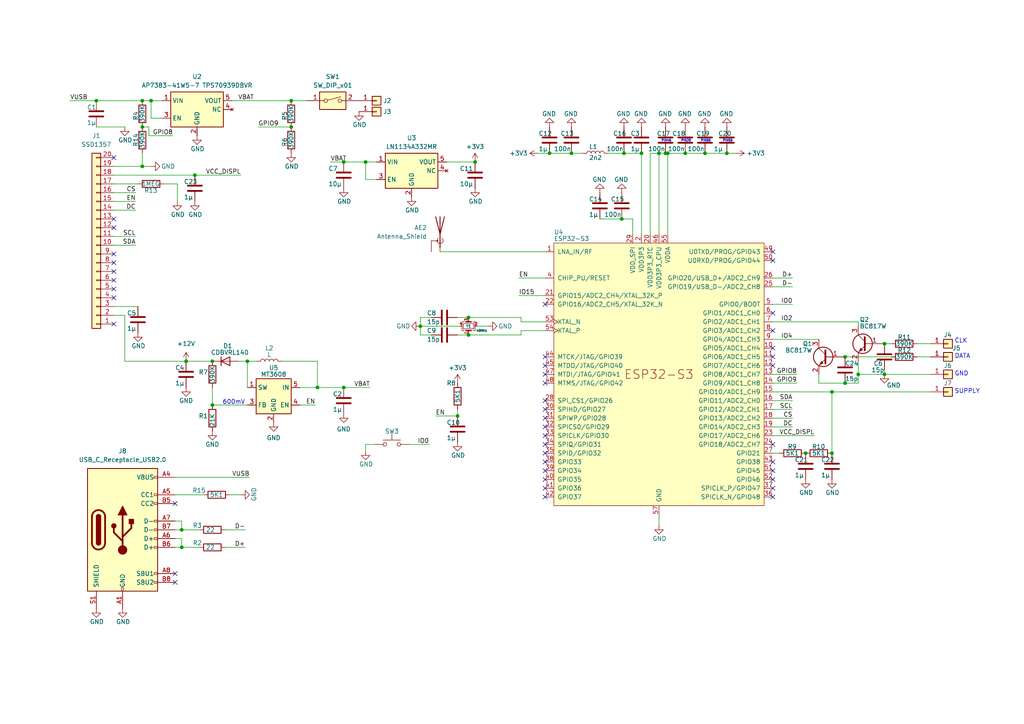
<source format=kicad_sch>
(kicad_sch (version 20230121) (generator eeschema)
  (paper "A4")
  (lib_symbols
    (symbol "Connector:USB_C_Receptacle_USB2.0" (pin_names (offset 1.016))
      (property "Reference" "J" (at -10.16 19.05 0))
      (property "Value" "USB_C_Receptacle_USB2.0" (at 19.05 19.05 0))
      (symbol "USB_C_Receptacle_USB2.0_1_1"
        (pin passive line (at 0 -22.86 90) (length 5.08) (name "GND") (number "A1"))
        (pin passive line (at 0 -22.86 90) (length 5.08) hide (name "GND") (number "A12"))
        (pin passive line (at 15.24 15.24 180) (length 5.08) (name "VBUS") (number "A4"))
        (pin bidirectional line (at 15.24 10.16 180) (length 5.08) (name "CC1") (number "A5"))
        (pin bidirectional line (at 15.24 -2.54 180) (length 5.08) (name "D+") (number "A6"))
        (pin bidirectional line (at 15.24 2.54 180) (length 5.08) (name "D-") (number "A7"))
        (pin bidirectional line (at 15.24 -12.7 180) (length 5.08) (name "SBU1") (number "A8"))
        (pin passive line (at 15.24 15.24 180) (length 5.08) hide (name "VBUS") (number "A9"))
        (pin passive line (at 0 -22.86 90) (length 5.08) hide (name "GND") (number "B1"))
        (pin passive line (at 0 -22.86 90) (length 5.08) hide (name "GND") (number "B12"))
        (pin passive line (at 15.24 15.24 180) (length 5.08) hide (name "VBUS") (number "B4"))
        (pin bidirectional line (at 15.24 7.62 180) (length 5.08) (name "CC2") (number "B5"))
        (pin bidirectional line (at 15.24 -5.08 180) (length 5.08) (name "D+") (number "B6"))
        (pin bidirectional line (at 15.24 0 180) (length 5.08) (name "D-") (number "B7"))
        (pin bidirectional line (at 15.24 -15.24 180) (length 5.08) (name "SBU2") (number "B8"))
        (pin passive line (at 15.24 15.24 180) (length 5.08) hide (name "VBUS") (number "B9"))
        (pin passive line (at -7.62 -22.86 90) (length 5.08) (name "SHIELD") (number "S1"))
      )
    )
    (symbol "Connector_Generic:Conn_01x01" (pin_names (offset 1.016) hide)
      (property "Reference" "J" (at 0 2.54 0))
      (property "Value" "Conn_01x01" (at 0 -2.54 0))
      (symbol "Conn_01x01_1_1"
        (pin passive line (at -5.08 0 0) (length 3.81) (name "Pin_1") (number "1"))
      )
    )
    (symbol "Connector_Generic:Conn_01x20" (pin_names (offset 1.016) hide)
      (property "Reference" "J" (at 0 25.4 0))
      (property "Value" "Conn_01x20" (at 0 -27.94 0))
      (symbol "Conn_01x20_1_1"
        (pin passive line (at -5.08 22.86 0) (length 3.81) (name "Pin_1") (number "1"))
        (pin passive line (at -5.08 0 0) (length 3.81) (name "Pin_10") (number "10"))
        (pin passive line (at -5.08 -2.54 0) (length 3.81) (name "Pin_11") (number "11"))
        (pin passive line (at -5.08 -5.08 0) (length 3.81) (name "Pin_12") (number "12"))
        (pin passive line (at -5.08 -7.62 0) (length 3.81) (name "Pin_13") (number "13"))
        (pin passive line (at -5.08 -10.16 0) (length 3.81) (name "Pin_14") (number "14"))
        (pin passive line (at -5.08 -12.7 0) (length 3.81) (name "Pin_15") (number "15"))
        (pin passive line (at -5.08 -15.24 0) (length 3.81) (name "Pin_16") (number "16"))
        (pin passive line (at -5.08 -17.78 0) (length 3.81) (name "Pin_17") (number "17"))
        (pin passive line (at -5.08 -20.32 0) (length 3.81) (name "Pin_18") (number "18"))
        (pin passive line (at -5.08 -22.86 0) (length 3.81) (name "Pin_19") (number "19"))
        (pin passive line (at -5.08 20.32 0) (length 3.81) (name "Pin_2") (number "2"))
        (pin passive line (at -5.08 -25.4 0) (length 3.81) (name "Pin_20") (number "20"))
        (pin passive line (at -5.08 17.78 0) (length 3.81) (name "Pin_3") (number "3"))
        (pin passive line (at -5.08 15.24 0) (length 3.81) (name "Pin_4") (number "4"))
        (pin passive line (at -5.08 12.7 0) (length 3.81) (name "Pin_5") (number "5"))
        (pin passive line (at -5.08 10.16 0) (length 3.81) (name "Pin_6") (number "6"))
        (pin passive line (at -5.08 7.62 0) (length 3.81) (name "Pin_7") (number "7"))
        (pin passive line (at -5.08 5.08 0) (length 3.81) (name "Pin_8") (number "8"))
        (pin passive line (at -5.08 2.54 0) (length 3.81) (name "Pin_9") (number "9"))
      )
    )
    (symbol "Device:Antenna_Shield" (pin_numbers hide) (pin_names (offset 1.016) hide)
      (property "Reference" "AE" (at -1.905 4.445 0))
      (property "Value" "Antenna_Shield" (at -1.905 2.54 0))
      (symbol "Antenna_Shield_1_1"
        (pin input line (at 0 -5.08 90) (length 2.54) (name "A") (number "1"))
        (pin input line (at 2.54 -5.08 90) (length 2.54) (name "Shield") (number "2"))
      )
    )
    (symbol "Device:C" (pin_numbers hide) (pin_names (offset 0.254))
      (property "Reference" "C" (at 0.635 2.54 0))
      (property "Value" "C" (at 0.635 -2.54 0))
      (symbol "C_1_1"
        (pin passive line (at 0 3.81 270) (length 2.794) (name "~") (number "1"))
        (pin passive line (at 0 -3.81 90) (length 2.794) (name "~") (number "2"))
      )
    )
    (symbol "Device:Crystal_GND24_Small" (pin_names (offset 1.016) hide)
      (property "Reference" "Y" (at 1.27 4.445 0))
      (property "Value" "Crystal_GND24_Small" (at 1.27 2.54 0))
      (symbol "Crystal_GND24_Small_1_1"
        (pin passive line (at -2.54 0 0) (length 1.27) (name "1") (number "1"))
        (pin passive line (at 0 -2.54 90) (length 0.635) (name "2") (number "2"))
        (pin passive line (at 2.54 0 180) (length 1.27) (name "3") (number "3"))
        (pin passive line (at 0 2.54 270) (length 0.635) (name "4") (number "4"))
      )
    )
    (symbol "Device:D" (pin_numbers hide) (pin_names (offset 1.016) hide)
      (property "Reference" "D" (at 0 2.54 0))
      (property "Value" "D" (at 0 -2.54 0))
      (symbol "D_1_1"
        (pin passive line (at -3.81 0 0) (length 2.54) (name "K") (number "1"))
        (pin passive line (at 3.81 0 180) (length 2.54) (name "A") (number "2"))
      )
    )
    (symbol "Device:L" (pin_numbers hide) (pin_names (offset 1.016) hide)
      (property "Reference" "L" (at -1.27 0 90))
      (property "Value" "L" (at 1.905 0 90))
      (symbol "L_1_1"
        (pin passive line (at 0 3.81 270) (length 1.27) (name "1") (number "1"))
        (pin passive line (at 0 -3.81 90) (length 1.27) (name "2") (number "2"))
      )
    )
    (symbol "Device:R" (pin_numbers hide) (pin_names (offset 0))
      (property "Reference" "R" (at 2.032 0 90))
      (property "Value" "R" (at 0 0 90))
      (symbol "R_1_1"
        (pin passive line (at 0 3.81 270) (length 1.27) (name "~") (number "1"))
        (pin passive line (at 0 -3.81 90) (length 1.27) (name "~") (number "2"))
      )
    )
    (symbol "PCM_Espressif:ESP32-S3" (pin_names (offset 1.016))
      (property "Reference" "U" (at -30.48 43.18 0))
      (property "Value" "ESP32-S3" (at -30.48 40.64 0))
      (symbol "ESP32-S3_0_0"
        (text "ESP32-S3" (at 0 0 0) (effects (font (size 2.54 2.54))))
        (pin bidirectional line (at 33.02 -35.56 180) (length 2.54) (name "SPICLK_N/GPIO48") (number "36"))
        (pin bidirectional line (at 33.02 -33.02 180) (length 2.54) (name "SPICLK_P/GPIO47") (number "37"))
      )
      (symbol "ESP32-S3_1_1"
        (pin bidirectional line (at -33.02 35.56 0) (length 2.54) (name "LNA_IN/RF") (number "1"))
        (pin bidirectional line (at 33.02 7.62 180) (length 2.54) (name "GPIO5/ADC1_CH4") (number "10"))
        (pin bidirectional line (at 33.02 5.08 180) (length 2.54) (name "GPIO6/ADC1_CH5") (number "11"))
        (pin bidirectional line (at 33.02 2.54 180) (length 2.54) (name "GPIO7/ADC1_CH6") (number "12"))
        (pin bidirectional line (at 33.02 0 180) (length 2.54) (name "GPIO8/ADC1_CH7") (number "13"))
        (pin bidirectional line (at 33.02 -2.54 180) (length 2.54) (name "GPIO9/ADC1_CH8") (number "14"))
        (pin bidirectional line (at 33.02 -5.08 180) (length 2.54) (name "GPIO10/ADC1_CH9") (number "15"))
        (pin bidirectional line (at 33.02 -7.62 180) (length 2.54) (name "GPIO11/ADC2_CH0") (number "16"))
        (pin bidirectional line (at 33.02 -10.16 180) (length 2.54) (name "GPIO12/ADC2_CH1") (number "17"))
        (pin bidirectional line (at 33.02 -12.7 180) (length 2.54) (name "GPIO13/ADC2_CH2") (number "18"))
        (pin bidirectional line (at 33.02 -15.24 180) (length 2.54) (name "GPIO14/ADC2_CH3") (number "19"))
        (pin power_in line (at -5.08 40.64 270) (length 2.54) (name "VDD3P3") (number "2"))
        (pin power_in line (at -2.54 40.64 270) (length 2.54) (name "VDD3P3_RTC") (number "20"))
        (pin bidirectional line (at -33.02 22.86 0) (length 2.54) (name "GPIO15/ADC2_CH4/XTAL_32K_P") (number "21"))
        (pin bidirectional line (at -33.02 20.32 0) (length 2.54) (name "GPIO16/ADC2_CH5/XTAL_32K_N") (number "22"))
        (pin bidirectional line (at 33.02 -17.78 180) (length 2.54) (name "GPIO17/ADC2_CH6") (number "23"))
        (pin bidirectional line (at 33.02 -20.32 180) (length 2.54) (name "GPIO18/ADC2_CH7") (number "24"))
        (pin bidirectional line (at 33.02 25.4 180) (length 2.54) (name "GPIO19/USB_D-/ADC2_CH8") (number "25"))
        (pin bidirectional line (at 33.02 27.94 180) (length 2.54) (name "GPIO20/USB_D+/ADC2_CH9") (number "26"))
        (pin bidirectional line (at 33.02 -22.86 180) (length 2.54) (name "GPIO21") (number "27"))
        (pin bidirectional line (at -33.02 -7.62 0) (length 2.54) (name "SPI_CS1/GPIO26") (number "28"))
        (pin power_out line (at -7.62 40.64 270) (length 2.54) (name "VDD_SPI") (number "29"))
        (pin power_in line (at -5.08 40.64 270) (length 2.54) hide (name "VDD3P3") (number "3"))
        (pin bidirectional line (at -33.02 -10.16 0) (length 2.54) (name "SPIHD/GPIO27") (number "30"))
        (pin bidirectional line (at -33.02 -12.7 0) (length 2.54) (name "SPIWP/GPIO28") (number "31"))
        (pin bidirectional line (at -33.02 -15.24 0) (length 2.54) (name "SPICS0/GPIO29") (number "32"))
        (pin bidirectional line (at -33.02 -17.78 0) (length 2.54) (name "SPICLK/GPIO30") (number "33"))
        (pin bidirectional line (at -33.02 -20.32 0) (length 2.54) (name "SPIQ/GPIO31") (number "34"))
        (pin bidirectional line (at -33.02 -22.86 0) (length 2.54) (name "SPID/GPIO32") (number "35"))
        (pin bidirectional line (at -33.02 -25.4 0) (length 2.54) (name "GPIO33") (number "38"))
        (pin bidirectional line (at -33.02 -27.94 0) (length 2.54) (name "GPIO34") (number "39"))
        (pin input line (at -33.02 27.94 0) (length 2.54) (name "CHIP_PU/RESET") (number "4"))
        (pin bidirectional line (at -33.02 -30.48 0) (length 2.54) (name "GPIO35") (number "40"))
        (pin bidirectional line (at -33.02 -33.02 0) (length 2.54) (name "GPIO36") (number "41"))
        (pin bidirectional line (at -33.02 -35.56 0) (length 2.54) (name "GPIO37") (number "42"))
        (pin bidirectional line (at 33.02 -25.4 180) (length 2.54) (name "GPIO38") (number "43"))
        (pin bidirectional line (at -33.02 5.08 0) (length 2.54) (name "MTCK/JTAG/GPIO39") (number "44"))
        (pin bidirectional line (at -33.02 2.54 0) (length 2.54) (name "MTDO/JTAG/GPIO40") (number "45"))
        (pin power_in line (at 0 40.64 270) (length 2.54) (name "VDD3P3_CPU") (number "46"))
        (pin bidirectional line (at -33.02 0 0) (length 2.54) (name "MTDI/JTAG/GPIO41") (number "47"))
        (pin bidirectional line (at -33.02 -2.54 0) (length 2.54) (name "MTMS/JTAG/GPIO42") (number "48"))
        (pin bidirectional line (at 33.02 35.56 180) (length 2.54) (name "U0TXD/PROG/GPIO43") (number "49"))
        (pin bidirectional line (at 33.02 20.32 180) (length 2.54) (name "GPIO0/BOOT") (number "5"))
        (pin bidirectional line (at 33.02 33.02 180) (length 2.54) (name "U0RXD/PROG/GPIO44") (number "50"))
        (pin bidirectional line (at 33.02 -27.94 180) (length 2.54) (name "GPIO45") (number "51"))
        (pin bidirectional line (at 33.02 -30.48 180) (length 2.54) (name "GPIO46") (number "52"))
        (pin input clock (at -33.02 15.24 0) (length 2.54) (name "XTAL_N") (number "53"))
        (pin output clock (at -33.02 12.7 0) (length 2.54) (name "XTAL_P") (number "54"))
        (pin power_in line (at 2.54 40.64 270) (length 2.54) (name "VDDA") (number "55"))
        (pin passive line (at 2.54 40.64 270) (length 2.54) hide (name "VDDA") (number "56"))
        (pin power_in line (at 0 -40.64 90) (length 2.54) (name "GND") (number "57"))
        (pin bidirectional line (at 33.02 17.78 180) (length 2.54) (name "GPIO1/ADC1_CH0") (number "6"))
        (pin bidirectional line (at 33.02 15.24 180) (length 2.54) (name "GPIO2/ADC1_CH1") (number "7"))
        (pin bidirectional line (at 33.02 12.7 180) (length 2.54) (name "GPIO3/ADC1_CH2") (number "8"))
        (pin bidirectional line (at 33.02 10.16 180) (length 2.54) (name "GPIO4/ADC1_CH3") (number "9"))
      )
    )
    (symbol "Regulator_Switching:MT3608"
      (property "Reference" "U" (at -2.54 8.89 0))
      (property "Value" "MT3608" (at -3.81 6.35 0))
      (symbol "MT3608_1_1"
        (pin passive line (at 7.62 2.54 180) (length 2.54) (name "SW") (number "1"))
        (pin power_in line (at 0 -7.62 90) (length 2.54) (name "GND") (number "2"))
        (pin input line (at 7.62 -2.54 180) (length 2.54) (name "FB") (number "3"))
        (pin input line (at -7.62 -2.54 0) (length 2.54) (name "EN") (number "4"))
        (pin power_in line (at -7.62 2.54 0) (length 2.54) (name "IN") (number "5"))
        (pin no_connect line (at 5.08 0 180) (length 2.54) hide (name "NC") (number "6"))
      )
    )
    (symbol "Switch:SW_DIP_x01" (pin_names (offset 0) hide)
      (property "Reference" "SW" (at 0 3.81 0))
      (property "Value" "SW_DIP_x01" (at 0 -3.81 0))
      (symbol "SW_DIP_x01_1_1"
        (pin passive line (at -7.62 0 0) (length 5.08) (name "~") (number "1"))
        (pin passive line (at 7.62 0 180) (length 5.08) (name "~") (number "2"))
      )
    )
    (symbol "Switch:SW_Push" (pin_numbers hide) (pin_names (offset 1.016) hide)
      (property "Reference" "SW" (at 1.27 2.54 0))
      (property "Value" "SW_Push" (at 0 -1.524 0))
      (symbol "SW_Push_0_1"
        (pin passive line (at -5.08 0 0) (length 2.54) (name "1") (number "1"))
        (pin passive line (at 5.08 0 180) (length 2.54) (name "2") (number "2"))
      )
    )
    (symbol "TheBrutzlers_Lib:LN1134A332MR"
      (property "Reference" "U" (at 0 8.89 0))
      (property "Value" "LN1134A332MR" (at 0 6.35 0))
      (symbol "LN1134A332MR_1_1"
        (pin power_in line (at -10.16 2.54 0) (length 2.54) (name "VIN") (number "1"))
        (pin power_in line (at 0 -7.62 90) (length 2.54) (name "GND") (number "2"))
        (pin input line (at -10.16 -2.54 0) (length 2.54) (name "EN") (number "3"))
        (pin no_connect line (at 10.16 0 180) (length 2.54) (name "NC") (number "4"))
        (pin power_out line (at 10.16 2.54 180) (length 2.54) (name "VOUT") (number "5"))
      )
    )
    (symbol "Transistor_BJT:BC817W" (pin_names (offset 0) hide)
      (property "Reference" "Q" (at 5.08 1.905 0))
      (property "Value" "BC817W" (at 5.08 0 0))
      (symbol "BC817W_1_1"
        (pin input line (at -5.08 0 0) (length 5.715) (name "B") (number "1"))
        (pin passive line (at 2.54 -5.08 90) (length 2.54) (name "E") (number "2"))
        (pin passive line (at 2.54 5.08 270) (length 2.54) (name "C") (number "3"))
      )
    )
    (symbol "power:+12V" (power) (pin_names (offset 0))
      (property "Value" "+12V" (at 0 3.556 0))
      (symbol "+12V_1_1"
        (pin power_in line (at 0 0 90) (length 0) hide (name "+12V") (number "1"))
      )
    )
    (symbol "power:+3V3" (power) (pin_names (offset 0))
      (property "Value" "+3V3" (at 0 3.556 0))
      (symbol "+3V3_1_1"
        (pin power_in line (at 0 0 90) (length 0) hide (name "+3V3") (number "1"))
      )
    )
    (symbol "power:GND" (power) (pin_names (offset 0))
      (property "Value" "GND" (at 0 -3.81 0))
      (symbol "GND_1_1"
        (pin power_in line (at 0 0 270) (length 0) hide (name "GND") (number "1"))
      )
    )
  )
  (junction (at 135.89 97.155))
  (junction (at 241.3 113.665))
  (junction (at 106.045 46.99))
  (junction (at 256.54 99.695))
  (junction (at 135.89 92.075))
  (junction (at 210.82 44.45))
  (junction (at 41.275 36.83))
  (junction (at 165.735 44.45))
  (junction (at 41.275 29.21))
  (junction (at 84.455 29.21))
  (junction (at 132.715 120.65))
  (junction (at 27.94 29.21))
  (junction (at 52.705 153.67))
  (junction (at 233.68 131.445))
  (junction (at 92.075 112.395))
  (junction (at 193.675 44.45))
  (junction (at 248.92 108.585))
  (junction (at 41.275 48.26))
  (junction (at 198.755 44.45))
  (junction (at 99.695 46.99))
  (junction (at 204.47 44.45))
  (junction (at 56.515 50.8))
  (junction (at 61.595 104.775))
  (junction (at 191.135 44.45))
  (junction (at 159.385 44.45))
  (junction (at 180.975 44.45))
  (junction (at 137.795 46.99))
  (junction (at 52.705 158.75))
  (junction (at 245.11 111.125))
  (junction (at 186.055 44.45))
  (junction (at 121.92 94.615))
  (junction (at 256.54 108.585))
  (junction (at 193.04 44.45))
  (junction (at 84.455 36.83))
  (junction (at 99.695 112.395))
  (junction (at 71.755 104.775))
  (junction (at 61.595 117.475))
  (junction (at 241.3 131.445))
  (junction (at 180.34 63.5))
  (junction (at 53.975 104.775))
  (junction (at 43.815 29.21))
  (junction (at 245.11 103.505))
  (no_connect (at 33.02 76.2))
  (no_connect (at 224.155 144.145))
  (no_connect (at 158.115 131.445))
  (no_connect (at 33.02 45.72))
  (no_connect (at 158.115 139.065))
  (no_connect (at 224.155 133.985))
  (no_connect (at 158.115 136.525))
  (no_connect (at 224.155 75.565))
  (no_connect (at 50.8 168.91))
  (no_connect (at 224.155 73.025))
  (no_connect (at 158.115 128.905))
  (no_connect (at 224.155 95.885))
  (no_connect (at 33.02 63.5))
  (no_connect (at 224.155 139.065))
  (no_connect (at 158.115 118.745))
  (no_connect (at 158.115 106.045))
  (no_connect (at 224.155 90.805))
  (no_connect (at 158.115 144.145))
  (no_connect (at 224.155 103.505))
  (no_connect (at 33.02 73.66))
  (no_connect (at 224.155 141.605))
  (no_connect (at 224.155 106.045))
  (no_connect (at 224.155 136.525))
  (no_connect (at 158.115 141.605))
  (no_connect (at 158.115 123.825))
  (no_connect (at 158.115 88.265))
  (no_connect (at 33.02 78.74))
  (no_connect (at 33.02 83.82))
  (no_connect (at 158.115 111.125))
  (no_connect (at 50.8 146.05))
  (no_connect (at 158.115 126.365))
  (no_connect (at 33.02 93.98))
  (no_connect (at 158.115 121.285))
  (no_connect (at 33.02 81.28))
  (no_connect (at 158.115 103.505))
  (no_connect (at 224.155 128.905))
  (no_connect (at 33.02 66.04))
  (no_connect (at 33.02 86.36))
  (no_connect (at 158.115 108.585))
  (no_connect (at 50.8 166.37))
  (no_connect (at 158.115 133.985))
  (no_connect (at 224.155 100.965))
  (no_connect (at 158.115 116.205))
  (wire (pts (xy 258.445 99.695) (xy 256.54 99.695)))
  (wire (pts (xy 224.155 108.585) (xy 231.14 108.585)))
  (wire (pts (xy 20.32 29.21) (xy 27.94 29.21)))
  (wire (pts (xy 50.8 153.67) (xy 52.705 153.67)))
  (wire (pts (xy 121.92 94.615) (xy 133.35 94.615)))
  (wire (pts (xy 224.155 88.265) (xy 229.87 88.265)))
  (wire (pts (xy 173.99 63.5) (xy 180.34 63.5)))
  (wire (pts (xy 191.135 152.4) (xy 191.135 149.225)))
  (wire (pts (xy 71.755 104.775) (xy 69.215 104.775)))
  (wire (pts (xy 248.92 104.775) (xy 248.92 108.585)))
  (wire (pts (xy 229.87 118.745) (xy 224.155 118.745)))
  (wire (pts (xy 33.02 58.42) (xy 39.37 58.42)))
  (wire (pts (xy 41.275 44.45) (xy 41.275 48.26)))
  (wire (pts (xy 180.34 63.5) (xy 183.515 63.5)))
  (wire (pts (xy 33.02 88.9) (xy 40.005 88.9)))
  (wire (pts (xy 248.92 94.615) (xy 248.92 93.345)))
  (wire (pts (xy 109.22 52.07) (xy 106.045 52.07)))
  (wire (pts (xy 121.92 92.075) (xy 121.92 94.615)))
  (wire (pts (xy 224.155 111.125) (xy 231.14 111.125)))
  (wire (pts (xy 50.8 151.13) (xy 52.705 151.13)))
  (wire (pts (xy 61.595 112.395) (xy 61.595 117.475)))
  (wire (pts (xy 165.735 44.45) (xy 168.91 44.45)))
  (wire (pts (xy 71.755 117.475) (xy 61.595 117.475)))
  (wire (pts (xy 158.115 80.645) (xy 150.495 80.645)))
  (wire (pts (xy 47.625 53.34) (xy 51.435 53.34)))
  (wire (pts (xy 135.89 92.075) (xy 151.13 92.075)))
  (wire (pts (xy 180.975 44.45) (xy 186.055 44.45)))
  (wire (pts (xy 269.875 113.665) (xy 241.3 113.665)))
  (wire (pts (xy 188.595 44.45) (xy 188.595 67.945)))
  (wire (pts (xy 50.165 39.37) (xy 43.18 39.37)))
  (wire (pts (xy 226.06 131.445) (xy 224.155 131.445)))
  (wire (pts (xy 50.8 138.43) (xy 72.39 138.43)))
  (wire (pts (xy 92.075 112.395) (xy 99.695 112.395)))
  (wire (pts (xy 193.675 44.45) (xy 198.755 44.45)))
  (wire (pts (xy 127.635 73.025) (xy 158.115 73.025)))
  (wire (pts (xy 92.075 104.775) (xy 92.075 112.395)))
  (wire (pts (xy 191.135 44.45) (xy 193.04 44.45)))
  (wire (pts (xy 204.47 44.45) (xy 210.82 44.45)))
  (wire (pts (xy 52.705 158.75) (xy 57.785 158.75)))
  (wire (pts (xy 151.13 97.155) (xy 135.89 97.155)))
  (wire (pts (xy 33.02 91.44) (xy 36.195 91.44)))
  (wire (pts (xy 198.755 44.45) (xy 204.47 44.45)))
  (wire (pts (xy 118.745 128.905) (xy 124.46 128.905)))
  (wire (pts (xy 43.18 36.83) (xy 41.275 36.83)))
  (wire (pts (xy 151.13 95.885) (xy 151.13 97.155)))
  (wire (pts (xy 191.135 44.45) (xy 191.135 67.945)))
  (wire (pts (xy 245.11 103.505) (xy 258.445 103.505)))
  (wire (pts (xy 43.18 39.37) (xy 43.18 36.83)))
  (wire (pts (xy 65.405 158.75) (xy 71.12 158.75)))
  (wire (pts (xy 183.515 63.5) (xy 183.515 67.945)))
  (wire (pts (xy 71.755 112.395) (xy 71.755 104.775)))
  (wire (pts (xy 159.385 44.45) (xy 165.735 44.45)))
  (wire (pts (xy 121.92 97.155) (xy 125.095 97.155)))
  (wire (pts (xy 52.705 153.67) (xy 57.785 153.67)))
  (wire (pts (xy 248.92 108.585) (xy 256.54 108.585)))
  (wire (pts (xy 50.8 156.21) (xy 52.705 156.21)))
  (wire (pts (xy 84.455 29.21) (xy 88.9 29.21)))
  (wire (pts (xy 138.43 94.615) (xy 141.605 94.615)))
  (wire (pts (xy 33.02 55.88) (xy 39.37 55.88)))
  (wire (pts (xy 237.49 111.125) (xy 245.11 111.125)))
  (wire (pts (xy 56.515 50.8) (xy 69.85 50.8)))
  (wire (pts (xy 151.13 92.075) (xy 151.13 93.345)))
  (wire (pts (xy 51.435 53.34) (xy 51.435 58.42)))
  (wire (pts (xy 95.885 46.99) (xy 99.695 46.99)))
  (wire (pts (xy 33.02 71.12) (xy 39.37 71.12)))
  (wire (pts (xy 46.99 34.29) (xy 43.815 34.29)))
  (wire (pts (xy 125.095 92.075) (xy 121.92 92.075)))
  (wire (pts (xy 99.695 112.395) (xy 107.315 112.395)))
  (wire (pts (xy 43.815 29.21) (xy 46.99 29.21)))
  (wire (pts (xy 132.715 118.745) (xy 132.715 120.65)))
  (wire (pts (xy 33.02 60.96) (xy 39.37 60.96)))
  (wire (pts (xy 106.045 46.99) (xy 109.22 46.99)))
  (wire (pts (xy 256.54 107.315) (xy 256.54 108.585)))
  (wire (pts (xy 241.3 113.665) (xy 241.3 131.445)))
  (wire (pts (xy 224.155 98.425) (xy 237.49 98.425)))
  (wire (pts (xy 132.715 92.075) (xy 135.89 92.075)))
  (wire (pts (xy 186.055 44.45) (xy 186.055 67.945)))
  (wire (pts (xy 156.21 44.45) (xy 159.385 44.45)))
  (wire (pts (xy 256.54 108.585) (xy 269.875 108.585)))
  (wire (pts (xy 27.94 36.83) (xy 36.195 36.83)))
  (wire (pts (xy 27.94 29.21) (xy 41.275 29.21)))
  (wire (pts (xy 86.995 117.475) (xy 91.44 117.475)))
  (wire (pts (xy 121.92 94.615) (xy 121.92 97.155)))
  (wire (pts (xy 41.275 29.21) (xy 43.815 29.21)))
  (wire (pts (xy 81.915 104.775) (xy 92.075 104.775)))
  (wire (pts (xy 150.495 85.725) (xy 158.115 85.725)))
  (wire (pts (xy 41.275 48.26) (xy 43.815 48.26)))
  (wire (pts (xy 248.92 111.125) (xy 248.92 108.585)))
  (wire (pts (xy 158.115 95.885) (xy 151.13 95.885)))
  (wire (pts (xy 74.295 104.775) (xy 71.755 104.775)))
  (wire (pts (xy 237.49 108.585) (xy 237.49 111.125)))
  (wire (pts (xy 99.695 46.99) (xy 106.045 46.99)))
  (wire (pts (xy 61.595 104.775) (xy 53.975 104.775)))
  (wire (pts (xy 229.87 116.205) (xy 224.155 116.205)))
  (wire (pts (xy 66.675 143.51) (xy 69.85 143.51)))
  (wire (pts (xy 36.195 104.775) (xy 53.975 104.775)))
  (wire (pts (xy 36.195 91.44) (xy 36.195 104.775)))
  (wire (pts (xy 65.405 153.67) (xy 71.12 153.67)))
  (wire (pts (xy 106.045 52.07) (xy 106.045 46.99)))
  (wire (pts (xy 50.8 143.51) (xy 59.055 143.51)))
  (wire (pts (xy 266.065 103.505) (xy 269.875 103.505)))
  (wire (pts (xy 224.155 93.345) (xy 248.92 93.345)))
  (wire (pts (xy 92.075 112.395) (xy 86.995 112.395)))
  (wire (pts (xy 129.54 46.99) (xy 137.795 46.99)))
  (wire (pts (xy 33.02 68.58) (xy 39.37 68.58)))
  (wire (pts (xy 74.93 36.83) (xy 84.455 36.83)))
  (wire (pts (xy 245.11 111.125) (xy 248.92 111.125)))
  (wire (pts (xy 43.815 34.29) (xy 43.815 29.21)))
  (wire (pts (xy 50.8 158.75) (xy 52.705 158.75)))
  (wire (pts (xy 193.04 44.45) (xy 193.675 44.45)))
  (wire (pts (xy 224.155 83.185) (xy 229.87 83.185)))
  (wire (pts (xy 224.155 80.645) (xy 229.87 80.645)))
  (wire (pts (xy 176.53 44.45) (xy 180.975 44.45)))
  (wire (pts (xy 67.31 29.21) (xy 84.455 29.21)))
  (wire (pts (xy 266.065 99.695) (xy 269.875 99.695)))
  (wire (pts (xy 106.045 128.905) (xy 106.045 130.81)))
  (wire (pts (xy 108.585 128.905) (xy 106.045 128.905)))
  (wire (pts (xy 224.155 121.285) (xy 229.87 121.285)))
  (wire (pts (xy 132.715 120.65) (xy 126.365 120.65)))
  (wire (pts (xy 193.675 44.45) (xy 193.675 67.945)))
  (wire (pts (xy 33.02 53.34) (xy 40.005 53.34)))
  (wire (pts (xy 213.36 44.45) (xy 210.82 44.45)))
  (wire (pts (xy 224.155 123.825) (xy 229.87 123.825)))
  (wire (pts (xy 132.715 97.155) (xy 135.89 97.155)))
  (wire (pts (xy 224.155 113.665) (xy 241.3 113.665)))
  (wire (pts (xy 188.595 44.45) (xy 191.135 44.45)))
  (wire (pts (xy 224.155 126.365) (xy 236.22 126.365)))
  (wire (pts (xy 33.02 50.8) (xy 56.515 50.8)))
  (wire (pts (xy 52.705 151.13) (xy 52.705 153.67)))
  (wire (pts (xy 52.705 156.21) (xy 52.705 158.75)))
  (wire (pts (xy 151.13 93.345) (xy 158.115 93.345)))
  (wire (pts (xy 33.02 48.26) (xy 41.275 48.26)))
  (text "PIN20" (at 197.485 41.275 0) (effects (font (size 0.635 0.635)) (justify left bottom)))
  (text "DATA" (at 276.86 104.14 0) (effects (font (size 1.27 1.27)) (justify left bottom)))
  (text "SUPPLY" (at 276.86 114.3 0) (effects (font (size 1.27 1.27)) (justify left bottom)))
  (text "PIN55" (at 203.2 41.275 0) (effects (font (size 0.635 0.635)) (justify left bottom)))
  (text "PIN55" (at 209.55 41.275 0) (effects (font (size 0.635 0.635)) (justify left bottom)))
  (text "CLK" (at 276.86 99.695 0) (effects (font (size 1.27 1.27)) (justify left bottom)))
  (text "600mV" (at 71.12 117.475 0) (effects (font (size 1.27 1.27)) (justify right bottom)))
  (text "PIN46" (at 191.77 41.275 0) (effects (font (size 0.635 0.635)) (justify left bottom)))
  (text "GND" (at 276.86 109.22 0) (effects (font (size 1.27 1.27)) (justify left bottom)))
  (label "EN" (at 126.365 120.65 0))
  (label "DC" (at 229.87 123.825 180))
  (label "SDA" (at 39.37 71.12 180))
  (label "VBAT" (at 95.885 46.99 0))
  (label "IO4" (at 229.87 98.425 180))
  (label "VBAT" (at 73.66 29.21 180))
  (label "DC" (at 39.37 60.96 180))
  (label "SCL" (at 229.87 118.745 180))
  (label "CS" (at 39.37 55.88 180))
  (label "VUSB" (at 72.39 138.43 180))
  (label "GPIO9" (at 231.14 111.125 180))
  (label "GPIO9" (at 74.93 36.83 0))
  (label "GPIO8" (at 50.165 39.37 180))
  (label "D-" (at 71.12 153.67 180))
  (label "VCC_DISPL" (at 69.85 50.8 180))
  (label "CS" (at 229.87 121.285 180))
  (label "VBAT" (at 107.315 112.395 180))
  (label "IO0" (at 124.46 128.905 180))
  (label "IO15" (at 150.495 85.725 0))
  (label "EN" (at 150.495 80.645 0))
  (label "VUSB" (at 20.32 29.21 0))
  (label "D-" (at 229.87 83.185 180))
  (label "D+" (at 71.12 158.75 180))
  (label "VCC_DISPL" (at 236.22 126.365 180))
  (label "EN" (at 91.44 117.475 180))
  (label "D+" (at 229.87 80.645 180))
  (label "SCL" (at 39.37 68.58 180))
  (label "SDA" (at 229.87 116.205 180))
  (label "IO0" (at 229.87 88.265 180))
  (label "EN" (at 39.37 58.42 180))
  (label "IO2" (at 229.87 93.345 180))
  (label "GPIO8" (at 231.14 108.585 180))
  (symbol (lib_id "Device:C") (at 180.975 40.64 0) (unit 1)
    (property "Reference" "C16" (at 177.8 38.735 0) (effects (justify left)))
    (property "Value" "100n" (at 175.895 43.18 0) (effects (justify left)))
    (property "Footprint" "Resistor_SMD:R_0402_1005Metric" (effects hide))
    (property "LCSC" "C1581" (effects hide))
  )
  (symbol (lib_id "power:GND") (at 210.82 36.83 180) (unit 1)
    (property "Reference" "#PWR031" (effects hide))
    (property "Value" "GND" (at 212.725 33.02 0) (effects (justify left)))
  )
  (symbol (lib_id "power:GND") (at 204.47 36.83 180) (unit 1)
    (property "Reference" "#PWR030" (effects hide))
    (property "Value" "GND" (at 206.375 33.02 0) (effects (justify left)))
  )
  (symbol (lib_id "Device:R") (at 61.595 108.585 0) (mirror y) (unit 1)
    (property "Reference" "R7" (at 60.325 107.95 0) (effects (justify left)))
    (property "Value" "390K" (at 61.595 111.125 90) (effects (justify left)))
    (property "Footprint" "Resistor_SMD:R_0402_1005Metric" (effects hide))
    (property "LCSC" "C2906936" (effects hide))
  )
  (symbol (lib_id "Connector_Generic:Conn_01x01") (at 274.955 99.695 0) (unit 1)
    (property "Reference" "J4" (at 273.685 97.155 0) (effects (justify left)))
    (property "Value" "Conn_01x01" (effects hide))
    (property "Footprint" "TheBrutzlers_Lib:120220-0202" (effects hide))
    (property "LCSC" "C10470" (effects hide))
  )
  (symbol (lib_id "Device:C") (at 198.755 40.64 0) (unit 1)
    (property "Reference" "C18" (at 194.945 38.735 0) (effects (justify left)))
    (property "Value" "100n" (at 193.675 43.18 0) (effects (justify left)))
    (property "Footprint" "Resistor_SMD:R_0402_1005Metric" (effects hide))
    (property "LCSC" "C1581" (effects hide))
  )
  (symbol (lib_id "Device:C") (at 173.99 59.69 0) (unit 1)
    (property "Reference" "C14" (at 170.815 57.785 0) (effects (justify left)))
    (property "Value" "1µ" (at 170.815 62.23 0) (effects (justify left)))
    (property "Footprint" "Resistor_SMD:R_0402_1005Metric" (effects hide))
    (property "LCSC" "C307413" (effects hide))
  )
  (symbol (lib_id "Device:C") (at 233.68 135.255 0) (unit 1)
    (property "Reference" "C21" (at 230.505 133.35 0) (effects (justify left)))
    (property "Value" "1µ" (at 230.505 137.795 0) (effects (justify left)))
    (property "Footprint" "Resistor_SMD:R_0402_1005Metric" (effects hide))
    (property "LCSC" "C307413" (effects hide))
  )
  (symbol (lib_id "Device:L") (at 172.72 44.45 90) (unit 1)
    (property "Reference" "L1" (at 172.085 42.545 90))
    (property "Value" "2n2" (at 172.72 45.72 90))
    (property "Footprint" "Inductor_SMD:L_0402_1005Metric" (effects hide))
    (property "LCSC" "C27122" (effects hide))
  )
  (symbol (lib_id "Device:C") (at 27.94 33.02 180) (unit 1)
    (property "Reference" "C1" (at 27.94 31.115 0) (effects (justify left)))
    (property "Value" "1µ" (at 27.94 35.56 0) (effects (justify left)))
    (property "Footprint" "Resistor_SMD:R_0402_1005Metric" (effects hide))
    (property "LCSC" "C307413" (effects hide))
  )
  (symbol (lib_id "power:GND") (at 79.375 122.555 0) (mirror y) (unit 1)
    (property "Reference" "#PWR09" (effects hide))
    (property "Value" "GND" (at 79.375 127 0))
  )
  (symbol (lib_id "Device:Antenna_Shield") (at 127.635 67.945 0) (mirror y) (unit 1)
    (property "Reference" "AE2" (at 123.825 66.04 0) (effects (justify left)))
    (property "Value" "Antenna_Shield" (at 123.825 68.58 0) (effects (justify left)))
    (property "Footprint" "TheBrutzlers_Lib:RFANT5220110A2T" (effects hide))
    (property "LCSC" "C201761" (effects hide))
  )
  (symbol (lib_id "Device:R") (at 262.255 99.695 270) (unit 1)
    (property "Reference" "R11" (at 260.35 97.79 90) (effects (justify left)))
    (property "Value" "390K" (at 259.715 99.695 90) (effects (justify left)))
    (property "Footprint" "Resistor_SMD:R_0402_1005Metric" (effects hide))
    (property "LCSC" "C2906936" (effects hide))
  )
  (symbol (lib_id "Device:R") (at 62.865 143.51 90) (unit 1)
    (property "Reference" "R15" (at 59.69 142.24 90) (effects (justify left)))
    (property "Value" "5K1" (at 64.77 143.51 90) (effects (justify left)))
    (property "Footprint" "Resistor_SMD:R_0402_1005Metric" (effects hide))
    (property "LCSC" "C25905" (effects hide))
  )
  (symbol (lib_id "Device:R") (at 229.87 131.445 90) (unit 1)
    (property "Reference" "R9" (at 231.14 129.54 90) (effects (justify left)))
    (property "Value" "5K1" (at 231.775 131.445 90) (effects (justify left)))
    (property "Footprint" "Resistor_SMD:R_0402_1005Metric" (effects hide))
    (property "LCSC" "C25905" (effects hide))
  )
  (symbol (lib_id "Device:R") (at 61.595 121.285 0) (mirror y) (unit 1)
    (property "Reference" "R1" (at 60.325 120.65 0) (effects (justify left)))
    (property "Value" "21K" (at 61.595 123.825 90) (effects (justify left)))
    (property "Footprint" "Resistor_SMD:R_0402_1005Metric" (effects hide))
  )
  (symbol (lib_id "power:+3V3") (at 156.21 44.45 90) (unit 1)
    (property "Reference" "#PWR021" (effects hide))
    (property "Value" "+3V3" (at 153.035 44.45 90) (effects (justify left)))
  )
  (symbol (lib_id "power:+12V") (at 53.975 104.775 0) (mirror y) (unit 1)
    (property "Reference" "#PWR038" (effects hide))
    (property "Value" "+12V" (at 53.975 99.695 0))
  )
  (symbol (lib_id "Device:C") (at 137.795 50.8 0) (unit 1)
    (property "Reference" "C11" (at 133.35 48.895 0) (effects (justify left)))
    (property "Value" "10µ" (at 133.35 53.34 0) (effects (justify left)))
    (property "Footprint" "Resistor_SMD:R_0402_1005Metric" (effects hide))
    (property "LCSC" "C315248" (effects hide))
  )
  (symbol (lib_id "power:GND") (at 43.815 48.26 90) (unit 1)
    (property "Reference" "#PWR015" (effects hide))
    (property "Value" "GND" (at 50.8 48.26 90) (effects (justify left)))
  )
  (symbol (lib_id "Device:C") (at 56.515 54.61 0) (unit 1)
    (property "Reference" "C23" (at 53.34 52.705 0) (effects (justify left)))
    (property "Value" "1µ" (at 53.34 57.15 0) (effects (justify left)))
    (property "Footprint" "Resistor_SMD:R_0402_1005Metric" (effects hide))
    (property "LCSC" "C307413" (effects hide))
  )
  (symbol (lib_id "power:GND") (at 137.795 54.61 0) (unit 1)
    (property "Reference" "#PWR019" (effects hide))
    (property "Value" "GND" (at 135.89 58.42 0) (effects (justify left)))
  )
  (symbol (lib_id "Device:C") (at 132.715 124.46 0) (unit 1)
    (property "Reference" "C10" (at 129.54 122.555 0) (effects (justify left)))
    (property "Value" "1µ" (at 129.54 127 0) (effects (justify left)))
    (property "Footprint" "Resistor_SMD:R_0402_1005Metric" (effects hide))
    (property "LCSC" "C307413" (effects hide))
  )
  (symbol (lib_id "power:GND") (at 186.055 36.83 180) (unit 1)
    (property "Reference" "#PWR041" (effects hide))
    (property "Value" "GND" (at 187.96 33.02 0) (effects (justify left)))
  )
  (symbol (lib_id "Device:C") (at 256.54 103.505 0) (unit 1)
    (property "Reference" "C6" (at 253.365 105.41 0) (effects (justify left)))
    (property "Value" "15p" (at 252.73 107.315 0) (effects (justify left)))
    (property "Footprint" "Resistor_SMD:R_0402_1005Metric" (effects hide))
    (property "LCSC" "C1548" (effects hide))
  )
  (symbol (lib_id "power:GND") (at 173.99 55.88 180) (unit 1)
    (property "Reference" "#PWR024" (effects hide))
    (property "Value" "GND" (at 175.895 52.07 0) (effects (justify left)))
  )
  (symbol (lib_id "Device:C") (at 165.735 40.64 0) (unit 1)
    (property "Reference" "C13" (at 162.56 38.735 0) (effects (justify left)))
    (property "Value" "100n" (at 160.655 43.18 0) (effects (justify left)))
    (property "Footprint" "Resistor_SMD:R_0402_1005Metric" (effects hide))
    (property "LCSC" "C1581" (effects hide))
  )
  (symbol (lib_id "Device:C") (at 40.005 92.71 0) (unit 1)
    (property "Reference" "C5" (at 36.83 90.805 0) (effects (justify left)))
    (property "Value" "1µ" (at 36.83 95.25 0) (effects (justify left)))
    (property "Footprint" "Resistor_SMD:R_0402_1005Metric" (effects hide))
    (property "LCSC" "C307413" (effects hide))
  )
  (symbol (lib_id "Device:D") (at 65.405 104.775 0) (mirror x) (unit 1)
    (property "Reference" "D1" (at 66.04 100.33 0))
    (property "Value" "CDBVRL140" (at 66.675 102.235 0))
    (property "Footprint" "TheBrutzlers_Lib:D_WBFBP" (effects hide))
    (property "Sim.Device" "D" (effects hide))
    (property "Sim.Pins" "1=K 2=A" (effects hide))
    (property "LCSC" "C3758192" (effects hide))
  )
  (symbol (lib_id "Device:L") (at 78.105 104.775 270) (mirror x) (unit 1)
    (property "Reference" "L2" (at 78.105 100.965 90))
    (property "Value" "L" (at 78.105 102.87 90))
    (property "Footprint" "Inductor_SMD:L_0603_1608Metric" (effects hide))
    (property "LCSC" "C394948" (effects hide))
  )
  (symbol (lib_id "Connector_Generic:Conn_01x01") (at 109.22 32.385 0) (unit 1)
    (property "Reference" "J3" (at 111.125 32.385 0) (effects (justify left)))
    (property "Value" "Conn_01x01" (effects hide))
    (property "Footprint" "TestPoint:TestPoint_Pad_D1.0mm" (effects hide))
    (property "LCSC" "nc" (effects hide))
  )
  (symbol (lib_id "power:GND") (at 69.85 143.51 90) (unit 1)
    (property "Reference" "#PWR01" (effects hide))
    (property "Value" "GND" (at 73.66 145.415 0) (effects (justify left)))
  )
  (symbol (lib_id "power:GND") (at 180.975 36.83 180) (unit 1)
    (property "Reference" "#PWR026" (effects hide))
    (property "Value" "GND" (at 182.88 33.02 0) (effects (justify left)))
  )
  (symbol (lib_id "power:+3V3") (at 132.715 111.125 0) (unit 1)
    (property "Reference" "#PWR016" (effects hide))
    (property "Value" "+3V3" (at 132.715 106.68 0))
  )
  (symbol (lib_id "power:GND") (at 121.92 94.615 270) (unit 1)
    (property "Reference" "#PWR014" (effects hide))
    (property "Value" "GND" (at 114.935 94.615 90) (effects (justify left)))
  )
  (symbol (lib_id "power:GND") (at 53.975 112.395 0) (mirror y) (unit 1)
    (property "Reference" "#PWR037" (effects hide))
    (property "Value" "GND" (at 53.975 116.205 0))
  )
  (symbol (lib_id "power:GND") (at 27.94 176.53 0) (unit 1)
    (property "Reference" "#PWR036" (effects hide))
    (property "Value" "GND" (at 26.035 180.34 0) (effects (justify left)))
  )
  (symbol (lib_id "Regulator_Switching:MT3608") (at 79.375 114.935 0) (mirror y) (unit 1)
    (property "Reference" "U5" (at 79.375 106.68 0))
    (property "Value" "MT3608" (at 79.375 108.585 0))
    (property "Footprint" "Package_TO_SOT_SMD:SOT-23-6" (effects hide))
    (property "Datasheet" "https://www.olimex.com/Products/Breadboarding/BB-PWR-3608/resources/MT3608.pdf" (effects hide))
    (property "LCSC" "C84817" (effects hide))
  )
  (symbol (lib_id "power:GND") (at 191.135 152.4 0) (unit 1)
    (property "Reference" "#PWR027" (effects hide))
    (property "Value" "GND" (at 189.23 156.21 0) (effects (justify left)))
  )
  (symbol (lib_id "Device:C") (at 128.905 97.155 270) (unit 1)
    (property "Reference" "C9" (at 123.825 95.885 90) (effects (justify left)))
    (property "Value" "15p" (at 123.825 98.425 90) (effects (justify left)))
    (property "Footprint" "Resistor_SMD:R_0402_1005Metric" (effects hide))
    (property "LCSC" "C1548" (effects hide))
  )
  (symbol (lib_id "power:GND") (at 256.54 108.585 0) (unit 1)
    (property "Reference" "#PWR042" (effects hide))
    (property "Value" "GND" (at 257.175 111.76 0) (effects (justify left)))
  )
  (symbol (lib_id "power:GND") (at 159.385 36.83 180) (unit 1)
    (property "Reference" "#PWR022" (effects hide))
    (property "Value" "GND" (at 161.29 33.02 0) (effects (justify left)))
  )
  (symbol (lib_id "Transistor_BJT:BC817W") (at 251.46 99.695 0) (mirror y) (unit 1)
    (property "Reference" "Q2" (at 252.095 92.71 0) (effects (justify left)))
    (property "Value" "BC817W" (at 257.175 94.615 0) (effects (justify left)))
    (property "Footprint" "Package_TO_SOT_SMD:SOT-323_SC-70" (effects hide))
    (property "Datasheet" "https://www.onsemi.com/pub/Collateral/BC818-D.pdf" (effects hide))
    (property "LCSC" "C75566" (effects hide))
  )
  (symbol (lib_id "power:GND") (at 40.005 96.52 0) (unit 1)
    (property "Reference" "#PWR05" (effects hide))
    (property "Value" "GND" (at 38.1 100.33 0) (effects (justify left)))
  )
  (symbol (lib_id "power:+3V3") (at 213.36 44.45 270) (unit 1)
    (property "Reference" "#PWR032" (effects hide))
    (property "Value" "+3V3" (at 216.535 44.45 90) (effects (justify left)))
  )
  (symbol (lib_id "power:GND") (at 106.045 130.81 0) (unit 1)
    (property "Reference" "#PWR012" (effects hide))
    (property "Value" "GND" (at 104.14 134.62 0) (effects (justify left)))
  )
  (symbol (lib_id "power:GND") (at 198.755 36.83 180) (unit 1)
    (property "Reference" "#PWR029" (effects hide))
    (property "Value" "GND" (at 200.66 33.02 0) (effects (justify left)))
  )
  (symbol (lib_id "power:GND") (at 51.435 58.42 0) (unit 1)
    (property "Reference" "#PWR039" (effects hide))
    (property "Value" "GND" (at 49.53 62.23 0) (effects (justify left)))
  )
  (symbol (lib_id "power:GND") (at 56.515 58.42 0) (unit 1)
    (property "Reference" "#PWR040" (effects hide))
    (property "Value" "GND" (at 54.61 62.23 0) (effects (justify left)))
  )
  (symbol (lib_id "Device:R") (at 61.595 158.75 270) (unit 1)
    (property "Reference" "R2" (at 55.88 157.48 90) (effects (justify left)))
    (property "Value" "22" (at 59.69 158.75 90) (effects (justify left)))
    (property "Footprint" "Resistor_SMD:R_0402_1005Metric" (effects hide))
    (property "LCSC" "C2906914" (effects hide))
  )
  (symbol (lib_id "power:GND") (at 165.735 36.83 180) (unit 1)
    (property "Reference" "#PWR023" (effects hide))
    (property "Value" "GND" (at 167.64 33.02 0) (effects (justify left)))
  )
  (symbol (lib_id "power:GND") (at 57.15 39.37 0) (unit 1)
    (property "Reference" "#PWR04" (effects hide))
    (property "Value" "GND" (at 55.245 43.18 0) (effects (justify left)))
  )
  (symbol (lib_id "Device:R") (at 43.815 53.34 90) (unit 1)
    (property "Reference" "R13" (at 45.72 55.245 90) (effects (justify left)))
    (property "Value" "1MEG" (at 46.355 53.34 90) (effects (justify left)))
    (property "Footprint" "Resistor_SMD:R_0402_1005Metric" (effects hide))
  )
  (symbol (lib_id "Device:C") (at 241.3 135.255 0) (unit 1)
    (property "Reference" "C22" (at 238.125 133.35 0) (effects (justify left)))
    (property "Value" "1µ" (at 238.125 137.795 0) (effects (justify left)))
    (property "Footprint" "Resistor_SMD:R_0402_1005Metric" (effects hide))
    (property "LCSC" "C307413" (effects hide))
  )
  (symbol (lib_id "Connector:USB_C_Receptacle_USB2.0") (at 35.56 153.67 0) (unit 1)
    (property "Reference" "J8" (at 35.56 130.81 0))
    (property "Value" "USB_C_Receptacle_USB2.0" (at 35.56 133.35 0))
    (property "Footprint" "TheBrutzlers_Lib:ytc-tc85-125" (effects hide))
    (property "Datasheet" "https://www.usb.org/sites/default/files/documents/usb_type-c.zip" (effects hide))
  )
  (symbol (lib_id "Device:R") (at 262.255 103.505 270) (unit 1)
    (property "Reference" "R12" (at 260.35 101.6 90) (effects (justify left)))
    (property "Value" "390K" (at 259.715 103.505 90) (effects (justify left)))
    (property "Footprint" "Resistor_SMD:R_0402_1005Metric" (effects hide))
    (property "LCSC" "C2906936" (effects hide))
  )
  (symbol (lib_id "Device:C") (at 245.11 107.315 0) (unit 1)
    (property "Reference" "C24" (at 245.11 105.41 0) (effects (justify left)))
    (property "Value" "15p" (at 245.11 109.855 0) (effects (justify left)))
    (property "Footprint" "Resistor_SMD:R_0402_1005Metric" (effects hide))
    (property "LCSC" "C1548" (effects hide))
  )
  (symbol (lib_id "power:GND") (at 193.04 36.83 180) (unit 1)
    (property "Reference" "#PWR028" (effects hide))
    (property "Value" "GND" (at 194.945 33.02 0) (effects (justify left)))
  )
  (symbol (lib_id "power:GND") (at 119.38 57.15 0) (unit 1)
    (property "Reference" "#PWR013" (effects hide))
    (property "Value" "GND" (at 117.475 60.96 0) (effects (justify left)))
  )
  (symbol (lib_id "Switch:SW_Push") (at 113.665 128.905 0) (unit 1)
    (property "Reference" "SW3" (at 113.665 125.095 0))
    (property "Value" "SW_Push" (effects hide))
    (property "Footprint" "TheBrutzlers_Lib:BX-TS-26-365CJ" (effects hide))
    (property "LCSC" "C913791" (effects hide))
  )
  (symbol (lib_id "PCM_Espressif:ESP32-S3") (at 191.135 108.585 0) (unit 1)
    (property "Reference" "U4" (at 160.655 67.31 0) (effects (justify left)))
    (property "Value" "ESP32-S3" (at 160.655 69.215 0) (effects (justify left)))
    (property "Footprint" "Package_DFN_QFN:QFN-56-1EP_7x7mm_P0.4mm_EP5.6x5.6mm" (effects hide))
    (property "Datasheet" "https://www.espressif.com/sites/default/files/documentation/esp32-s3_datasheet_en.pdf" (effects hide))
    (property "LCSC" "C3013940" (effects hide))
  )
  (symbol (lib_id "power:+3V3") (at 137.795 46.99 0) (unit 1)
    (property "Reference" "#PWR018" (effects hide))
    (property "Value" "+3V3" (at 137.795 42.545 0))
  )
  (symbol (lib_id "Device:C") (at 128.905 92.075 270) (unit 1)
    (property "Reference" "C8" (at 123.825 90.805 90) (effects (justify left)))
    (property "Value" "15p" (at 123.825 93.345 90) (effects (justify left)))
    (property "Footprint" "Resistor_SMD:R_0402_1005Metric" (effects hide))
    (property "LCSC" "C1548" (effects hide))
  )
  (symbol (lib_id "Connector_Generic:Conn_01x01") (at 109.22 29.21 0) (unit 1)
    (property "Reference" "J2" (at 111.125 29.21 0) (effects (justify left)))
    (property "Value" "Conn_01x01" (effects hide))
    (property "Footprint" "TestPoint:TestPoint_Pad_D1.0mm" (effects hide))
    (property "LCSC" "nc" (effects hide))
  )
  (symbol (lib_id "Switch:SW_DIP_x01") (at 96.52 29.21 0) (unit 1)
    (property "Reference" "SW1" (at 96.52 22.225 0))
    (property "Value" "SW_DIP_x01" (at 96.52 24.765 0))
    (property "Footprint" "TheBrutzlers_Lib:SW_SPDT_PCM12_Straight" (effects hide))
    (property "LCSC" "C3036445 C223846" (effects hide))
  )
  (symbol (lib_id "power:GND") (at 35.56 176.53 0) (unit 1)
    (property "Reference" "#PWR02" (effects hide))
    (property "Value" "GND" (at 33.655 180.34 0) (effects (justify left)))
  )
  (symbol (lib_id "power:GND") (at 233.68 139.065 0) (unit 1)
    (property "Reference" "#PWR033" (effects hide))
    (property "Value" "GND" (at 231.775 142.875 0) (effects (justify left)))
  )
  (symbol (lib_id "TheBrutzlers_Lib:LN1134A332MR") (at 57.15 31.75 0) (unit 1)
    (property "Reference" "U2" (at 57.15 22.225 0))
    (property "Value" "AP7383-41W5-7 TPS70939DBVR" (at 57.15 24.765 0))
    (property "Footprint" "Package_TO_SOT_SMD:TSOT-23-5" (effects hide))
    (property "Datasheet" "https://datasheet.lcsc.com/lcsc/2308101641_Diodes-Incorporated-AP7383-41W5-7_C3747013.pdf" (effects hide))
    (property "LCSC" "C3747013 C2868697" (effects hide))
    (property "Datenplatt_Ti" "https://datasheet.lcsc.com/lcsc/2303010430_Texas-Instruments-TPS70939DBVR_C2868697.pdf" (effects hide))
  )
  (symbol (lib_id "Connector_Generic:Conn_01x01") (at 274.955 113.665 0) (unit 1)
    (property "Reference" "J7" (at 273.685 111.125 0) (effects (justify left)))
    (property "Value" "Conn_01x01" (effects hide))
    (property "Footprint" "TheBrutzlers_Lib:120220-0202" (effects hide))
    (property "LCSC" "C10470" (effects hide))
  )
  (symbol (lib_id "Device:R") (at 61.595 153.67 270) (unit 1)
    (property "Reference" "R3" (at 55.88 152.4 90) (effects (justify left)))
    (property "Value" "22" (at 59.69 153.67 90) (effects (justify left)))
    (property "Footprint" "Resistor_SMD:R_0402_1005Metric" (effects hide))
    (property "LCSC" "C2906914" (effects hide))
  )
  (symbol (lib_id "Device:C") (at 159.385 40.64 0) (unit 1)
    (property "Reference" "C12" (at 156.21 38.735 0) (effects (justify left)))
    (property "Value" "1µ" (at 156.21 43.18 0) (effects (justify left)))
    (property "Footprint" "Resistor_SMD:R_0402_1005Metric" (effects hide))
    (property "LCSC" "C307413" (effects hide))
  )
  (symbol (lib_id "power:GND") (at 99.695 54.61 0) (unit 1)
    (property "Reference" "#PWR08" (effects hide))
    (property "Value" "GND" (at 97.79 58.42 0) (effects (justify left)))
  )
  (symbol (lib_id "Device:C") (at 180.34 59.69 0) (unit 1)
    (property "Reference" "C15" (at 177.165 57.785 0) (effects (justify left)))
    (property "Value" "100n" (at 175.26 62.23 0) (effects (justify left)))
    (property "Footprint" "Resistor_SMD:R_0402_1005Metric" (effects hide))
    (property "LCSC" "C1581" (effects hide))
  )
  (symbol (lib_id "Device:R") (at 84.455 33.02 0) (unit 1)
    (property "Reference" "R5" (at 82.55 34.925 90) (effects (justify left)))
    (property "Value" "390K" (at 84.455 35.56 90) (effects (justify left)))
    (property "Footprint" "Resistor_SMD:R_0402_1005Metric" (effects hide))
    (property "LCSC" "C2906936" (effects hide))
  )
  (symbol (lib_id "Device:R") (at 132.715 114.935 0) (unit 1)
    (property "Reference" "R8" (at 129.54 111.125 0) (effects (justify left)))
    (property "Value" "5K1" (at 132.715 116.84 90) (effects (justify left)))
    (property "Footprint" "Resistor_SMD:R_0402_1005Metric" (effects hide))
    (property "LCSC" "C25905" (effects hide))
  )
  (symbol (lib_id "power:GND") (at 99.695 120.015 0) (mirror y) (unit 1)
    (property "Reference" "#PWR06" (effects hide))
    (property "Value" "GND" (at 99.695 124.46 0))
  )
  (symbol (lib_id "Device:C") (at 53.975 108.585 0) (unit 1)
    (property "Reference" "C4" (at 50.8 106.68 0) (effects (justify left)))
    (property "Value" "1µ" (at 50.8 111.125 0) (effects (justify left)))
    (property "Footprint" "Resistor_SMD:R_0402_1005Metric" (effects hide))
    (property "LCSC" "C307413" (effects hide))
  )
  (symbol (lib_id "power:GND") (at 132.715 128.27 0) (unit 1)
    (property "Reference" "#PWR017" (effects hide))
    (property "Value" "GND" (at 130.81 132.08 0) (effects (justify left)))
  )
  (symbol (lib_id "power:GND") (at 180.34 55.88 180) (unit 1)
    (property "Reference" "#PWR025" (effects hide))
    (property "Value" "GND" (at 182.245 52.07 0) (effects (justify left)))
  )
  (symbol (lib_id "power:GND") (at 36.195 36.83 0) (unit 1)
    (property "Reference" "#PWR03" (effects hide))
    (property "Value" "GND" (at 34.29 40.64 0) (effects (justify left)))
  )
  (symbol (lib_id "Connector_Generic:Conn_01x01") (at 274.955 103.505 0) (unit 1)
    (property "Reference" "J5" (at 276.225 100.965 0) (effects (justify left)))
    (property "Value" "Conn_01x01" (effects hide))
    (property "Footprint" "TheBrutzlers_Lib:120220-0202" (effects hide))
    (property "LCSC" "C10470" (effects hide))
  )
  (symbol (lib_id "power:GND") (at 104.14 32.385 0) (unit 1)
    (property "Reference" "#PWR011" (effects hide))
    (property "Value" "GND" (at 102.235 36.195 0) (effects (justify left)))
  )
  (symbol (lib_id "Device:R") (at 84.455 40.64 0) (unit 1)
    (property "Reference" "R6" (at 82.55 42.545 90) (effects (justify left)))
    (property "Value" "390K" (at 84.455 43.18 90) (effects (justify left)))
    (property "Footprint" "Resistor_SMD:R_0402_1005Metric" (effects hide))
    (property "LCSC" "C2906936" (effects hide))
  )
  (symbol (lib_id "Device:R") (at 41.275 40.64 0) (unit 1)
    (property "Reference" "R14" (at 39.37 42.545 90) (effects (justify left)))
    (property "Value" "390K" (at 41.275 43.18 90) (effects (justify left)))
    (property "Footprint" "Resistor_SMD:R_0402_1005Metric" (effects hide))
    (property "LCSC" "C2906936" (effects hide))
  )
  (symbol (lib_id "power:GND") (at 61.595 125.095 0) (mirror y) (unit 1)
    (property "Reference" "#PWR010" (effects hide))
    (property "Value" "GND" (at 61.595 128.905 0))
  )
  (symbol (lib_id "TheBrutzlers_Lib:LN1134A332MR") (at 119.38 49.53 0) (unit 1)
    (property "Reference" "U3" (at 119.38 40.005 0))
    (property "Value" "LN1134A332MR" (at 119.38 42.545 0))
    (property "Footprint" "Package_TO_SOT_SMD:TSOT-23-5" (effects hide))
    (property "Datasheet" "https://datasheet.lcsc.com/lcsc/2304140030_NATLINEAR-LN1134A332MR-G_C141419.pdf" (effects hide))
    (property "LCSC" "C141419" (effects hide))
  )
  (symbol (lib_id "Device:C") (at 193.04 40.64 0) (unit 1)
    (property "Reference" "C17" (at 190.5 38.735 0) (effects (justify left)))
    (property "Value" "100n" (at 187.96 43.18 0) (effects (justify left)))
    (property "Footprint" "Resistor_SMD:R_0402_1005Metric" (effects hide))
    (property "LCSC" "C1581" (effects hide))
  )
  (symbol (lib_id "power:GND") (at 141.605 94.615 90) (unit 1)
    (property "Reference" "#PWR020" (effects hide))
    (property "Value" "GND" (at 148.59 94.615 90) (effects (justify left)))
  )
  (symbol (lib_id "Device:R") (at 41.275 33.02 0) (unit 1)
    (property "Reference" "R4" (at 39.37 34.925 90) (effects (justify left)))
    (property "Value" "390K" (at 41.275 35.56 90) (effects (justify left)))
    (property "Footprint" "Resistor_SMD:R_0402_1005Metric" (effects hide))
    (property "LCSC" "C2906936" (effects hide))
  )
  (symbol (lib_id "Connector_Generic:Conn_01x01") (at 274.955 108.585 0) (unit 1)
    (property "Reference" "J6" (at 273.685 106.045 0) (effects (justify left)))
    (property "Value" "Conn_01x01" (effects hide))
    (property "Footprint" "TheBrutzlers_Lib:120220-0202" (effects hide))
    (property "LCSC" "C10470" (effects hide))
  )
  (symbol (lib_id "Connector_Generic:Conn_01x20") (at 27.94 71.12 180) (unit 1)
    (property "Reference" "J1" (at 27.94 39.37 0))
    (property "Value" "SSD1357" (at 27.94 41.91 0))
    (property "Footprint" "Connector_FFC-FPC:TE_2-1734839-0_1x20-1MP_P0.5mm_Horizontal" (effects hide))
    (property "LCSC" "C3169799" (effects hide))
  )
  (symbol (lib_id "Device:C") (at 186.055 40.64 0) (unit 1)
    (property "Reference" "C3" (at 182.88 38.735 0) (effects (justify left)))
    (property "Value" "1µ" (at 182.88 43.18 0) (effects (justify left)))
    (property "Footprint" "Resistor_SMD:R_0402_1005Metric" (effects hide))
    (property "LCSC" "C307413" (effects hide))
  )
  (symbol (lib_id "Device:C") (at 99.695 50.8 0) (unit 1)
    (property "Reference" "C7" (at 95.25 48.895 0) (effects (justify left)))
    (property "Value" "10µ" (at 95.25 53.34 0) (effects (justify left)))
    (property "Footprint" "Resistor_SMD:R_0402_1005Metric" (effects hide))
    (property "LCSC" "C315248" (effects hide))
  )
  (symbol (lib_id "Transistor_BJT:BC817W") (at 240.03 103.505 0) (mirror y) (unit 1)
    (property "Reference" "Q1" (at 235.585 99.695 0) (effects (justify left)))
    (property "Value" "BC817W" (at 235.585 101.6 0) (effects (justify left)))
    (property "Footprint" "Package_TO_SOT_SMD:SOT-323_SC-70" (effects hide))
    (property "Datasheet" "https://www.onsemi.com/pub/Collateral/BC818-D.pdf" (effects hide))
    (property "LCSC" "C75566" (effects hide))
  )
  (symbol (lib_id "Device:C") (at 210.82 40.64 0) (unit 1)
    (property "Reference" "C20" (at 208.28 38.735 0) (effects (justify left)))
    (property "Value" "1µ" (at 207.01 43.18 0) (effects (justify left)))
    (property "Footprint" "Resistor_SMD:R_0402_1005Metric" (effects hide))
    (property "LCSC" "C307413" (effects hide))
  )
  (symbol (lib_id "power:GND") (at 241.3 139.065 0) (unit 1)
    (property "Reference" "#PWR035" (effects hide))
    (property "Value" "GND" (at 239.395 142.875 0) (effects (justify left)))
  )
  (symbol (lib_id "Device:C") (at 204.47 40.64 0) (unit 1)
    (property "Reference" "C19" (at 201.93 38.735 0) (effects (justify left)))
    (property "Value" "100n" (at 199.39 43.18 0) (effects (justify left)))
    (property "Footprint" "Resistor_SMD:R_0402_1005Metric" (effects hide))
    (property "LCSC" "C1581" (effects hide))
  )
  (symbol (lib_id "Device:Crystal_GND24_Small") (at 135.89 94.615 90) (unit 1)
    (property "Reference" "Y1" (at 135.89 94.615 90) (effects (font (size 0.762 0.762))))
    (property "Value" "40MHz" (at 139.7 95.885 90) (effects (font (size 0.635 0.635))))
    (property "Footprint" "Crystal:Crystal_SMD_2016-4Pin_2.0x1.6mm" (effects hide))
    (property "LCSC" "C424431" (effects hide))
  )
  (symbol (lib_id "Device:R") (at 237.49 131.445 90) (unit 1)
    (property "Reference" "R10" (at 239.395 129.54 90) (effects (justify left)))
    (property "Value" "5K1" (at 239.395 131.445 90) (effects (justify left)))
    (property "Footprint" "Resistor_SMD:R_0402_1005Metric" (effects hide))
    (property "LCSC" "C25905" (effects hide))
  )
  (symbol (lib_id "Device:C") (at 99.695 116.205 0) (unit 1)
    (property "Reference" "C2" (at 96.52 114.3 0) (effects (justify left)))
    (property "Value" "1µ" (at 96.52 118.745 0) (effects (justify left)))
    (property "Footprint" "Resistor_SMD:R_0402_1005Metric" (effects hide))
    (property "LCSC" "C307413" (effects hide))
  )
  (symbol (lib_id "power:GND") (at 84.455 44.45 0) (unit 1)
    (property "Reference" "#PWR07" (effects hide))
    (property "Value" "GND" (at 82.55 48.26 0) (effects (justify left)))
  )
)
</source>
